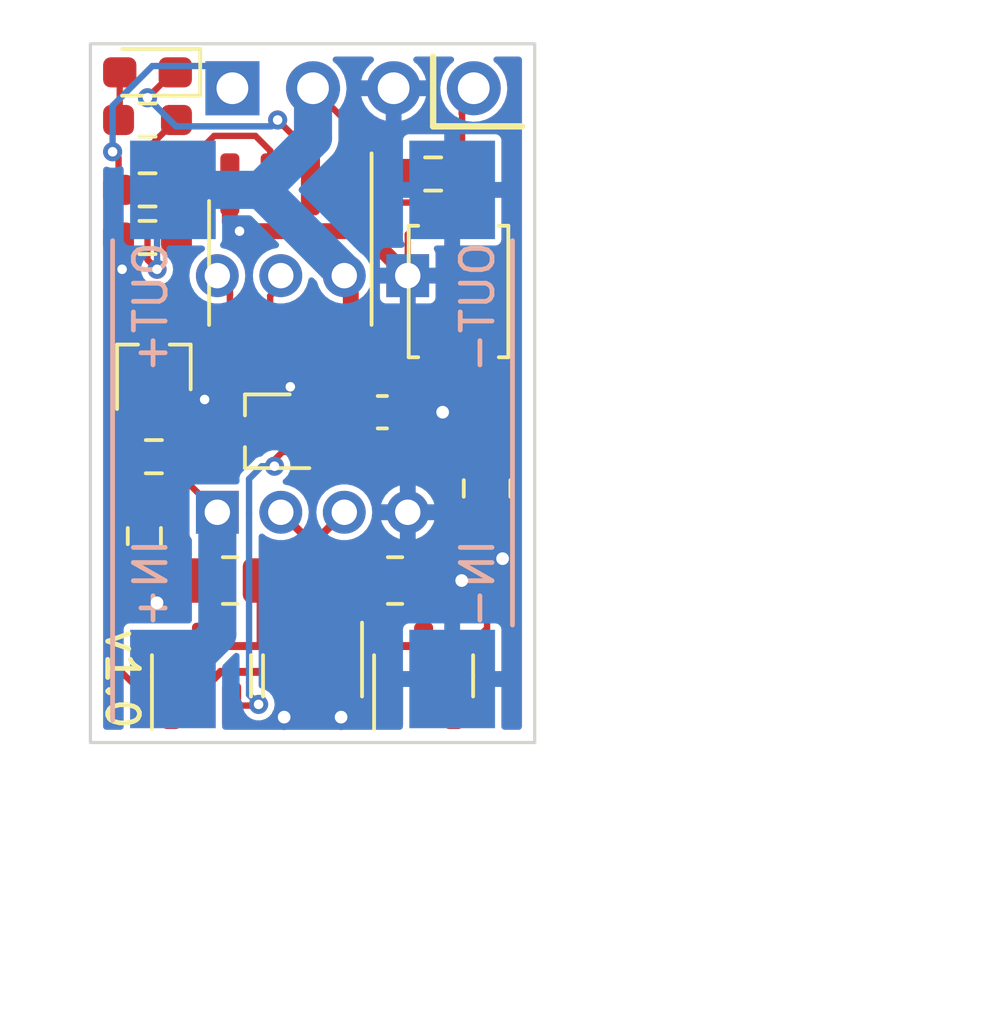
<source format=kicad_pcb>
(kicad_pcb (version 20211014) (generator pcbnew)
  (layers (0 "F.Cu" signal) (31 "B.Cu" signal) (34 "B.Paste" user) (35 "F.Paste" user) (36 "B.SilkS" user "B.Silkscreen") (37 "F.SilkS" user "F.Silkscreen") (38 "B.Mask" user) (39 "F.Mask" user) (44 "Edge.Cuts" user))
  (net 0 "")
  (net 1 "VBUS")
  (net 2 "GND")
  (net 3 "+5V")
  (net 4 "PF_M2")
  (net 5 "PF_M1")
  (net 6 "LED")
  (net 7 "Net-(D2-Pad2)")
  (net 8 "PF_M1_TTL")
  (net 9 "PF_M2_TTL")
  (net 10 "Net-(J2-Pad1)")
  (net 11 "/dW")
  (net 12 "div")
  (net 13 "Servo")
  (net 14 "Button")
  (net 15 "Net-(Q1-Pad2)")
  (net 16 "Net-(Q3-Pad2)")
  (footprint "Resistor_SMD:R_0603_1608Metric_Pad0.98x0.95mm_HandSolder" (layer "F.Cu") (at 17 32 180)
    (fp_text reference "R6" hide)
    (fp_text value "3.3k")
    (fp_line (start -0.254724 0.5225) (end 0.254724 0.5225) (layer "F.SilkS") (width 0.12))
    (fp_line (start -0.254724 -0.5225) (end 0.254724 -0.5225) (layer "F.SilkS") (width 0.12))
    (pad "1" smd roundrect (at -0.9125 0 180) (size 0.975 0.95) (layers "F.Cu" "F.Paste" "F.Mask") (net 1 "VBUS"))
    (pad "2" smd roundrect (at 0.9125 0 180) (size 0.975 0.95) (layers "F.Cu" "F.Paste" "F.Mask") (net 12 "div"))
  )
  (footprint "Resistor_SMD:R_0603_1608Metric_Pad0.98x0.95mm_HandSolder" (layer "F.Cu") (at 16.8 21.4 180)
    (fp_text reference "R4" hide)
    (fp_text value "TBD")
    (fp_line (start -0.254724 0.5225) (end 0.254724 0.5225) (layer "F.SilkS") (width 0.12))
    (fp_line (start -0.254724 -0.5225) (end 0.254724 -0.5225) (layer "F.SilkS") (width 0.12))
    (pad "1" smd roundrect (at -0.9125 0 180) (size 0.975 0.95) (layers "F.Cu" "F.Paste" "F.Mask") (net 3 "+5V"))
    (pad "2" smd roundrect (at 0.9125 0 180) (size 0.975 0.95) (layers "F.Cu" "F.Paste" "F.Mask") (net 7 "Net-(D2-Pad2)"))
  )
  (footprint "AtomLink-footprints:PinHeader_1x04_2mm" (layer "F.Cu") (at 22 26.3 180)
    (fp_text reference "J3" hide)
    (fp_text value "Grove cable")
    (pad "1" thru_hole rect (at -3 0 270) (size 1.35 1.35) (drill 0.8) (layers *.Cu *.Mask) (net 2 "GND"))
    (pad "2" thru_hole oval (at -1 0 270) (size 1.35 1.35) (drill 0.8) (layers *.Cu *.Mask) (net 3 "+5V"))
    (pad "3" thru_hole oval (at 1 0 270) (size 1.35 1.35) (drill 0.8) (layers *.Cu *.Mask) (net 9 "PF_M2_TTL"))
    (pad "4" thru_hole oval (at 3 0 270) (size 1.35 1.35) (drill 0.8) (layers *.Cu *.Mask) (net 8 "PF_M1_TTL"))
  )
  (footprint "Resistor_SMD:R_0805_2012Metric_Pad1.20x1.40mm_HandSolder" (layer "F.Cu") (at 24.6 35.9)
    (fp_text reference "R2" hide)
    (fp_text value "2.2k")
    (fp_line (start -0.227064 -0.735) (end 0.227064 -0.735) (layer "F.SilkS") (width 0.12))
    (fp_line (start -0.227064 0.735) (end 0.227064 0.735) (layer "F.SilkS") (width 0.12))
    (pad "1" smd roundrect (at -1 0) (size 1.2 1.4) (layers "F.Cu" "F.Paste" "F.Mask") (roundrect_rratio 0.208333) (net 5 "PF_M1"))
    (pad "2" smd roundrect (at 1 0) (size 1.2 1.4) (layers "F.Cu" "F.Paste" "F.Mask") (roundrect_rratio 0.208333) (net 2 "GND"))
  )
  (footprint "Package_SO:SOIC-8_3.9x4.9mm_P1.27mm" (layer "F.Cu") (at 21.3 25.9 -90)
    (fp_text reference "U1" hide)
    (fp_text value "ATtiny13A-SS")
    (fp_line (start 0 2.56) (end 1.95 2.56) (layer "F.SilkS") (width 0.12))
    (fp_line (start 0 -2.56) (end -3.45 -2.56) (layer "F.SilkS") (width 0.12))
    (fp_line (start 0 2.56) (end -1.95 2.56) (layer "F.SilkS") (width 0.12))
    (fp_line (start 0 -2.56) (end 1.95 -2.56) (layer "F.SilkS") (width 0.12))
    (pad "1" smd roundrect (at -2.475 -1.905 270) (size 1.95 0.6) (layers "F.Cu" "F.Paste" "F.Mask") (net 11 "/dW"))
    (pad "2" smd roundrect (at -2.475 -0.635 270) (size 1.95 0.6) (layers "F.Cu" "F.Paste" "F.Mask") (net 6 "LED"))
    (pad "3" smd roundrect (at -2.475 0.635 270) (size 1.95 0.6) (layers "F.Cu" "F.Paste" "F.Mask") (net 13 "Servo"))
    (pad "4" smd roundrect (at -2.475 1.905 270) (size 1.95 0.6) (layers "F.Cu" "F.Paste" "F.Mask") (net 2 "GND"))
    (pad "5" smd roundrect (at 2.475 1.905 270) (size 1.95 0.6) (layers "F.Cu" "F.Paste" "F.Mask") (net 8 "PF_M1_TTL"))
    (pad "6" smd roundrect (at 2.475 0.635 270) (size 1.95 0.6) (layers "F.Cu" "F.Paste" "F.Mask") (net 9 "PF_M2_TTL"))
    (pad "7" smd roundrect (at 2.475 -0.635 270) (size 1.95 0.6) (layers "F.Cu" "F.Paste" "F.Mask") (net 14 "Button"))
    (pad "8" smd roundrect (at 2.475 -1.905 270) (size 1.95 0.6) (layers "F.Cu" "F.Paste" "F.Mask") (net 3 "+5V"))
  )
  (footprint "Package_TO_SOT_SMD:SOT-23" (layer "F.Cu") (at 25.5 38.9 90)
    (fp_text reference "Q1" hide)
    (fp_text value "AS2309")
    (fp_line (start 0 1.56) (end -0.65 1.56) (layer "F.SilkS") (width 0.12))
    (fp_line (start 0 1.56) (end 0.65 1.56) (layer "F.SilkS") (width 0.12))
    (fp_line (start 0 -1.56) (end -1.675 -1.56) (layer "F.SilkS") (width 0.12))
    (fp_line (start 0 -1.56) (end 0.65 -1.56) (layer "F.SilkS") (width 0.12))
    (pad "1" smd roundrect (at -0.9375 -0.95 90) (size 1.475 0.6) (layers "F.Cu" "F.Paste" "F.Mask") (net 12 "div"))
    (pad "2" smd roundrect (at -0.9375 0.95 90) (size 1.475 0.6) (layers "F.Cu" "F.Paste" "F.Mask") (net 15 "Net-(Q1-Pad2)"))
    (pad "3" smd roundrect (at 0.9375 0 90) (size 1.475 0.6) (layers "F.Cu" "F.Paste" "F.Mask") (net 5 "PF_M1"))
  )
  (footprint "Connector_PinHeader_2.54mm:PinHeader_1x01_P2.54mm_Vertical" (layer "F.Cu") (at 27.08 20.4)
    (fp_text reference "TP1" hide)
    (fp_text value "debugWire")
    (pad "1" thru_hole circle (at 0 0) (size 1.7 1.7) (drill 1) (layers *.Cu *.Mask) (net 11 "/dW"))
  )
  (footprint "Resistor_SMD:R_0603_1608Metric_Pad0.98x0.95mm_HandSolder" (layer "F.Cu") (at 25.8 23.1)
    (fp_text reference "R1" hide)
    (fp_text value "10k")
    (fp_line (start -0.254724 0.5225) (end 0.254724 0.5225) (layer "F.SilkS") (width 0.12))
    (fp_line (start -0.254724 -0.5225) (end 0.254724 -0.5225) (layer "F.SilkS") (width 0.12))
    (pad "1" smd roundrect (at -0.9125 0) (size 0.975 0.95) (layers "F.Cu" "F.Paste" "F.Mask") (net 3 "+5V"))
    (pad "2" smd roundrect (at 0.9125 0) (size 0.975 0.95) (layers "F.Cu" "F.Paste" "F.Mask") (net 11 "/dW"))
  )
  (footprint "Resistor_SMD:R_0603_1608Metric_Pad0.98x0.95mm_HandSolder" (layer "F.Cu") (at 16.8 25.1 180)
    (fp_text reference "R5" hide)
    (fp_text value "TBD")
    (fp_line (start -0.254724 0.5225) (end 0.254724 0.5225) (layer "F.SilkS") (width 0.12))
    (fp_line (start -0.254724 -0.5225) (end 0.254724 -0.5225) (layer "F.SilkS") (width 0.12))
    (pad "1" smd roundrect (at -0.9125 0 180) (size 0.975 0.95) (layers "F.Cu" "F.Paste" "F.Mask") (net 13 "Servo"))
    (pad "2" smd roundrect (at 0.9125 0 180) (size 0.975 0.95) (layers "F.Cu" "F.Paste" "F.Mask") (net 2 "GND"))
  )
  (footprint "Button_Switch_SMD:SW_Push_SPST_NO_Alps_SKRK" (layer "F.Cu") (at 26.6 26.8 -90)
    (fp_text reference "SW1" hide)
    (fp_text value "SW_SPST")
    (fp_line (start -2.07 1.57) (end -2.07 1.27) (layer "F.SilkS") (width 0.12))
    (fp_line (start 2.07 1.57) (end -2.07 1.57) (layer "F.SilkS") (width 0.12))
    (fp_line (start -2.07 -1.57) (end 2.07 -1.57) (layer "F.SilkS") (width 0.12))
    (fp_line (start 2.07 -1.57) (end 2.07 -1.27) (layer "F.SilkS") (width 0.12))
    (fp_line (start 2.07 1.27) (end 2.07 1.57) (layer "F.SilkS") (width 0.12))
    (fp_line (start -2.07 -1.27) (end -2.07 -1.57) (layer "F.SilkS") (width 0.12))
    (pad "1" smd roundrect (at -2.1 0 270) (size 0.8 2) (layers "F.Cu" "F.Paste" "F.Mask") (net 2 "GND"))
    (pad "2" smd roundrect (at 2.1 0 270) (size 0.8 2) (layers "F.Cu" "F.Paste" "F.Mask") (net 14 "Button"))
  )
  (footprint "Resistor_SMD:R_0603_1608Metric_Pad0.98x0.95mm_HandSolder" (layer "F.Cu") (at 16.8 23.6 180)
    (fp_text reference "R3" hide)
    (fp_text value "100")
    (fp_line (start -0.254724 -0.5225) (end 0.254724 -0.5225) (layer "F.SilkS") (width 0.12))
    (fp_line (start -0.254724 0.5225) (end 0.254724 0.5225) (layer "F.SilkS") (width 0.12))
    (pad "1" smd roundrect (at -0.9125 0 180) (size 0.975 0.95) (layers "F.Cu" "F.Paste" "F.Mask") (net 13 "Servo"))
    (pad "2" smd roundrect (at 0.9125 0 180) (size 0.975 0.95) (layers "F.Cu" "F.Paste" "F.Mask") (net 10 "Net-(J2-Pad1)"))
  )
  (footprint "Capacitor_SMD:C_0603_1608Metric_Pad1.08x0.95mm_HandSolder" (layer "F.Cu") (at 24.2 30.6)
    (fp_text reference "C1" hide)
    (fp_text value "100n")
    (fp_line (start -0.146267 -0.51) (end 0.146267 -0.51) (layer "F.SilkS") (width 0.12))
    (fp_line (start -0.146267 0.51) (end 0.146267 0.51) (layer "F.SilkS") (width 0.12))
    (pad "1" smd roundrect (at -0.8625 0) (size 1.075 0.95) (layers "F.Cu" "F.Paste" "F.Mask") (net 3 "+5V"))
    (pad "2" smd roundrect (at 0.8625 0) (size 1.075 0.95) (layers "F.Cu" "F.Paste" "F.Mask") (net 2 "GND"))
  )
  (footprint "AtomLink-footprints:PinHeader_1x04_2mm" (layer "F.Cu") (at 22 33.75)
    (fp_text reference "J1" hide)
    (fp_text value "PF cable")
    (pad "1" thru_hole rect (at -3 0 90) (size 1.35 1.35) (drill 0.8) (layers *.Cu *.Mask) (net 1 "VBUS"))
    (pad "2" thru_hole oval (at -1 0 90) (size 1.35 1.35) (drill 0.8) (layers *.Cu *.Mask) (net 4 "PF_M2"))
    (pad "3" thru_hole oval (at 1 0 90) (size 1.35 1.35) (drill 0.8) (layers *.Cu *.Mask) (net 5 "PF_M1"))
    (pad "4" thru_hole oval (at 3 0 90) (size 1.35 1.35) (drill 0.8) (layers *.Cu *.Mask) (net 2 "GND"))
  )
  (footprint "Package_TO_SOT_SMD:SOT-23" (layer "F.Cu") (at 18.5 38.9 90)
    (fp_text reference "Q3" hide)
    (fp_text value "AS2309")
    (fp_line (start 0 -1.56) (end -1.675 -1.56) (layer "F.SilkS") (width 0.12))
    (fp_line (start 0 1.56) (end 0.65 1.56) (layer "F.SilkS") (width 0.12))
    (fp_line (start 0 -1.56) (end 0.65 -1.56) (layer "F.SilkS") (width 0.12))
    (fp_line (start 0 1.56) (end -0.65 1.56) (layer "F.SilkS") (width 0.12))
    (pad "1" smd roundrect (at -0.9375 -0.95 90) (size 1.475 0.6) (layers "F.Cu" "F.Paste" "F.Mask") (net 12 "div"))
    (pad "2" smd roundrect (at -0.9375 0.95 90) (size 1.475 0.6) (layers "F.Cu" "F.Paste" "F.Mask") (net 16 "Net-(Q3-Pad2)"))
    (pad "3" smd roundrect (at 0.9375 0 90) (size 1.475 0.6) (layers "F.Cu" "F.Paste" "F.Mask") (net 4 "PF_M2"))
  )
  (footprint "Resistor_SMD:R_0805_2012Metric_Pad1.20x1.40mm_HandSolder" (layer "F.Cu") (at 19.4 35.9 180)
    (fp_text reference "R8" hide)
    (fp_text value "2.2k")
    (fp_line (start -0.227064 0.735) (end 0.227064 0.735) (layer "F.SilkS") (width 0.12))
    (fp_line (start -0.227064 -0.735) (end 0.227064 -0.735) (layer "F.SilkS") (width 0.12))
    (pad "1" smd roundrect (at -1 0 180) (size 1.2 1.4) (layers "F.Cu" "F.Paste" "F.Mask") (roundrect_rratio 0.208333) (net 4 "PF_M2"))
    (pad "2" smd roundrect (at 1 0 180) (size 1.2 1.4) (layers "F.Cu" "F.Paste" "F.Mask") (roundrect_rratio 0.208333) (net 2 "GND"))
  )
  (footprint "Resistor_SMD:R_0603_1608Metric_Pad0.98x0.95mm_HandSolder" (layer "F.Cu") (at 16.7 34.5 -90)
    (fp_text reference "R7" hide)
    (fp_text value "2.2k")
    (fp_line (start -0.254724 0.5225) (end 0.254724 0.5225) (layer "F.SilkS") (width 0.12))
    (fp_line (start -0.254724 -0.5225) (end 0.254724 -0.5225) (layer "F.SilkS") (width 0.12))
    (pad "1" smd roundrect (at -0.9125 0 270) (size 0.975 0.95) (layers "F.Cu" "F.Paste" "F.Mask") (net 12 "div"))
    (pad "2" smd roundrect (at 0.9125 0 270) (size 0.975 0.95) (layers "F.Cu" "F.Paste" "F.Mask") (net 2 "GND"))
  )
  (footprint "Package_TO_SOT_SMD:SOT-323_SC-70" (layer "F.Cu") (at 17 29.2 90)
    (fp_text reference "Q2" hide)
    (fp_text value "MUN5235")
    (fp_line (start 0.73 0.5) (end 0.73 1.16) (layer "F.SilkS") (width 0.12))
    (fp_line (start 0.73 -1.16) (end 0.73 -0.5) (layer "F.SilkS") (width 0.12))
    (fp_line (start 0.73 -1.16) (end -1.3 -1.16) (layer "F.SilkS") (width 0.12))
    (fp_line (start -0.68 1.16) (end 0.73 1.16) (layer "F.SilkS") (width 0.12))
    (pad "1" smd rect (at -1 -0.65) (size 0.45 0.7) (layers "F.Cu" "F.Paste" "F.Mask") (net 15 "Net-(Q1-Pad2)"))
    (pad "2" smd rect (at -1 0.65) (size 0.45 0.7) (layers "F.Cu" "F.Paste" "F.Mask") (net 2 "GND"))
    (pad "3" smd rect (at 1 0) (size 0.45 0.7) (layers "F.Cu" "F.Paste" "F.Mask") (net 8 "PF_M1_TTL"))
  )
  (footprint "Package_TO_SOT_SMD:SOT-23" (layer "F.Cu") (at 22 38.9 -90)
    (fp_text reference "D1" hide)
    (fp_text value "PSM712")
    (fp_line (start 0 -1.56) (end -1.675 -1.56) (layer "F.SilkS") (width 0.12))
    (fp_line (start 0 1.56) (end -0.65 1.56) (layer "F.SilkS") (width 0.12))
    (fp_line (start 0 1.56) (end 0.65 1.56) (layer "F.SilkS") (width 0.12))
    (fp_line (start 0 -1.56) (end 0.65 -1.56) (layer "F.SilkS") (width 0.12))
    (pad "1" smd roundrect (at -0.9375 -0.95 270) (size 1.475 0.6) (layers "F.Cu" "F.Paste" "F.Mask") (net 5 "PF_M1"))
    (pad "2" smd roundrect (at -0.9375 0.95 270) (size 1.475 0.6) (layers "F.Cu" "F.Paste" "F.Mask") (net 4 "PF_M2"))
    (pad "3" smd roundrect (at 0.9375 0 270) (size 1.475 0.6) (layers "F.Cu" "F.Paste" "F.Mask") (net 2 "GND"))
  )
  (footprint "Capacitor_SMD:C_0805_2012Metric_Pad1.18x1.45mm_HandSolder" (layer "F.Cu") (at 27.5 33 -90)
    (fp_text reference "C2" hide)
    (fp_text value "10u")
    (fp_line (start -0.261252 -0.735) (end 0.261252 -0.735) (layer "F.SilkS") (width 0.12))
    (fp_line (start -0.261252 0.735) (end 0.261252 0.735) (layer "F.SilkS") (width 0.12))
    (pad "1" smd roundrect (at -1.0375 0 270) (size 1.175 1.45) (layers "F.Cu" "F.Paste" "F.Mask") (roundrect_rratio 0.212766) (net 3 "+5V"))
    (pad "2" smd roundrect (at 1.0375 0 270) (size 1.175 1.45) (layers "F.Cu" "F.Paste" "F.Mask") (roundrect_rratio 0.212766) (net 2 "GND"))
  )
  (footprint "LED_SMD:LED_0603_1608Metric_Pad1.05x0.95mm_HandSolder" (layer "F.Cu") (at 16.8 19.9 180)
    (fp_text reference "D2" hide)
    (fp_text value "Status")
    (fp_line (start 0.8 -0.735) (end -1.66 -0.735) (layer "F.SilkS") (width 0.12))
    (fp_line (start -1.66 0.735) (end 0.8 0.735) (layer "F.SilkS") (width 0.12))
    (fp_line (start -1.66 -0.735) (end -1.66 0.735) (layer "F.SilkS") (width 0.12))
    (pad "1" smd roundrect (at -0.875 0 180) (size 1.05 0.95) (layers "F.Cu" "F.Paste" "F.Mask") (net 6 "LED"))
    (pad "2" smd roundrect (at 0.875 0 180) (size 1.05 0.95) (layers "F.Cu" "F.Paste" "F.Mask") (net 7 "Net-(D2-Pad2)"))
  )
  (footprint "Package_TO_SOT_SMD:SOT-323_SC-70" (layer "F.Cu") (at 20.6 31.2 180)
    (fp_text reference "Q4" hide)
    (fp_text value "MUN5235")
    (fp_line (start -0.68 1.16) (end 0.73 1.16) (layer "F.SilkS") (width 0.12))
    (fp_line (start 0.73 -1.16) (end -1.3 -1.16) (layer "F.SilkS") (width 0.12))
    (fp_line (start 0.73 -1.16) (end 0.73 -0.5) (layer "F.SilkS") (width 0.12))
    (fp_line (start 0.73 0.5) (end 0.73 1.16) (layer "F.SilkS") (width 0.12))
    (pad "1" smd rect (at -1 -0.65 90) (size 0.45 0.7) (layers "F.Cu" "F.Paste" "F.Mask") (net 16 "Net-(Q3-Pad2)"))
    (pad "2" smd rect (at -1 0.65 90) (size 0.45 0.7) (layers "F.Cu" "F.Paste" "F.Mask") (net 2 "GND"))
    (pad "3" smd rect (at 1 0 90) (size 0.45 0.7) (layers "F.Cu" "F.Paste" "F.Mask") (net 9 "PF_M2_TTL"))
  )
  (footprint "Connector_PinHeader_2.54mm:PinHeader_1x03_P2.54mm_Vertical" (layer "F.Cu") (at 19.475 20.4 90)
    (fp_text reference "J2" hide)
    (fp_text value "Servo")
    (pad "1" thru_hole rect (at 0 0 90) (size 1.7 1.7) (drill 1) (layers *.Cu *.Mask) (net 10 "Net-(J2-Pad1)"))
    (pad "2" thru_hole oval (at 0 2.54 90) (size 1.7 1.7) (drill 1) (layers *.Cu *.Mask) (net 3 "+5V"))
    (pad "3" thru_hole oval (at 0 5.08 90) (size 1.7 1.7) (drill 1) (layers *.Cu *.Mask) (net 2 "GND"))
  )
  (footprint "AtomLink-footprints:DCDC-module" (layer "B.Cu") (at 22 31.3 -90)
    (fp_text reference "B1" hide)
    (fp_text value "DC-DC")
    (fp_text user "OUT-" (at -4 -5.2 90 unlocked) (layer "B.SilkS") (effects (justify mirror)))
    (fp_text user "IN+" (at 4.7 5.1 90 unlocked) (layer "B.SilkS") (effects (justify mirror)))
    (fp_text user "OUT+" (at -4 5.1 90 unlocked) (layer "B.SilkS") (effects (justify mirror)))
    (fp_text user "IN-" (at 4.7 -5.2 90 unlocked) (layer "B.SilkS") (effects (justify mirror)))
    (fp_line (start 9 6.3) (end -6.1 6.3) (layer "B.SilkS") (width 0.15))
    (fp_line (start -6.1 -6.3) (end 6 -6.3) (layer "B.SilkS") (width 0.15))
    (pad "1" smd rect (at 7.7 4.4 270) (size 3.1 2.7) (layers "B.Cu" "B.Paste" "B.Mask") (net 1 "VBUS"))
    (pad "2" smd rect (at 7.7 -4.4 270) (size 3.1 2.7) (layers "B.Cu" "B.Paste" "B.Mask") (net 2 "GND"))
    (pad "3" smd rect (at -7.7 4.4 270) (size 3.1 2.7) (layers "B.Cu" "B.Paste" "B.Mask") (net 3 "+5V"))
    (pad "4" smd rect (at -7.7 -4.4 270) (size 3.1 2.7) (layers "B.Cu" "B.Paste" "B.Mask") (net 2 "GND"))
  )
  (gr_line (start 25.8 19.4) (end 25.8 21.6) (layer "F.SilkS") (width 0.2))
  (gr_line (start 25.8 21.6) (end 28.6 21.6) (layer "F.SilkS") (width 0.2))
  (gr_line (start 29 41) (end 29 19) (layer "Edge.Cuts") (width 0.1))
  (gr_line (start 15 19) (end 15 41) (layer "Edge.Cuts") (width 0.1))
  (gr_line (start 15 41) (end 29 41) (layer "Edge.Cuts") (width 0.1))
  (gr_line (start 29 19) (end 15 19) (layer "Edge.Cuts") (width 0.1))
  (gr_text "v1.0" (at 16 39 270) (layer "F.SilkS") (effects (font (size 1 1))))
  (segment (start 17.9125 32.6625) (end 19 33.75) (width 0.2) (layer "F.Cu") (net 1))
  (segment (start 17.9125 32) (end 17.9125 32.6625) (width 0.2) (layer "F.Cu") (net 1))
  (segment (start 19 33.75) (end 19 37.6) (width 1.2) (layer "B.Cu") (net 1))
  (segment (start 19 37.6) (end 17.6 39) (width 1.2) (layer "B.Cu") (net 1))
  (segment (start 21.46842 39.8375) (end 21.10542 40.2005) (width 0.5) (layer "F.Cu") (net 2))
  (segment (start 25.6 35.9) (end 26.7 35.9) (width 0.3) (layer "F.Cu") (net 2))
  (segment (start 21.6 30.55) (end 21.6 30.1) (width 0.2) (layer "F.Cu") (net 2))
  (segment (start 16.7 35.4125) (end 16.7 36.2) (width 0.2) (layer "F.Cu") (net 2))
  (segment (start 26.6 24.7) (end 25.3 24.7) (width 0.2) (layer "F.Cu") (net 2))
  (segment (start 15.8875 25.1) (end 15.8875 25.9875) (width 0.2) (layer "F.Cu") (net 2))
  (segment (start 23.6 24.9) (end 25 26.3) (width 0.5) (layer "F.Cu") (net 2))
  (segment (start 25.0625 30.6) (end 26.1 30.6) (width 0.5) (layer "F.Cu") (net 2))
  (segment (start 27.5 34.721498) (end 27.989251 35.210749) (width 0.5) (layer "F.Cu") (net 2))
  (segment (start 19.7 24.9) (end 23.6 24.9) (width 0.5) (layer "F.Cu") (net 2))
  (segment (start 25 25) (end 25 26.3) (width 0.2) (layer "F.Cu") (net 2))
  (segment (start 18.4 35.9) (end 17.8 35.9) (width 0.3) (layer "F.Cu") (net 2))
  (segment (start 19.395 23.425) (end 19.395 24.595) (width 0.5) (layer "F.Cu") (net 2))
  (segment (start 27.5 34.0375) (end 27.5 34.721498) (width 0.5) (layer "F.Cu") (net 2))
  (segment (start 19.395 24.595) (end 19.7 24.9) (width 0.5) (layer "F.Cu") (net 2))
  (segment (start 15.8875 25.9875) (end 16 26.1) (width 0.2) (layer "F.Cu") (net 2))
  (segment (start 22 39.8375) (end 22.537 39.8375) (width 0.5) (layer "F.Cu") (net 2))
  (segment (start 22 39.8375) (end 21.46842 39.8375) (width 0.5) (layer "F.Cu") (net 2))
  (segment (start 25.3 24.7) (end 25 25) (width 0.2) (layer "F.Cu") (net 2))
  (segment (start 17.8 35.9) (end 17.1 36.6) (width 0.3) (layer "F.Cu") (net 2))
  (segment (start 22.537 39.8375) (end 22.9 40.2005) (width 0.5) (layer "F.Cu") (net 2))
  (segment (start 21.6 30.1) (end 21.3 29.8) (width 0.2) (layer "F.Cu") (net 2))
  (segment (start 16.7 36.2) (end 17.1 36.6) (width 0.2) (layer "F.Cu") (net 2))
  (segment (start 17.65 30.2) (end 18.6 30.2) (width 0.2) (layer "F.Cu") (net 2))
  (via (at 21.3 29.8) (size 0.6) (drill 0.3) (layers "F.Cu" "B.Cu") (net 2))
  (via (at 27.989251 35.210749) (size 0.8) (drill 0.4) (layers "F.Cu" "B.Cu") (net 2))
  (via (at 19.7 24.9) (size 0.6) (drill 0.3) (layers "F.Cu" "B.Cu") (net 2))
  (via (at 26.1 30.6) (size 0.8) (drill 0.4) (layers "F.Cu" "B.Cu") (net 2))
  (via (at 22.9 40.2005) (size 0.8) (drill 0.4) (layers "F.Cu" "B.Cu") (net 2))
  (via (at 18.6 30.2) (size 0.6) (drill 0.3) (layers "F.Cu" "B.Cu") (net 2))
  (via (at 16 26.1) (size 0.6) (drill 0.3) (layers "F.Cu" "B.Cu") (net 2))
  (via (at 17.1 36.6) (size 0.8) (drill 0.4) (layers "F.Cu" "B.Cu") (net 2))
  (via (at 26.7 35.9) (size 0.8) (drill 0.4) (layers "F.Cu" "B.Cu") (net 2))
  (via (at 21.10542 40.2005) (size 0.8) (drill 0.4) (layers "F.Cu" "B.Cu") (net 2))
  (segment (start 24.4 28.5) (end 23.33 28.5) (width 0.5) (layer "F.Cu") (net 3))
  (segment (start 16.8 24.3) (end 16.8 25.8) (width 0.2) (layer "F.Cu") (net 3))
  (segment (start 27.5 31.9625) (end 27.5 29.918559) (width 0.5) (layer "F.Cu") (net 3))
  (segment (start 23.33 28.5) (end 23.205 28.375) (width 0.5) (layer "F.Cu") (net 3))
  (segment (start 17.7 21.4) (end 16.9 22.2) (width 0.2) (layer "F.Cu") (net 3))
  (segment (start 25.1 27.8) (end 24.4 28.5) (width 0.5) (layer "F.Cu") (net 3))
  (segment (start 27.5 29.918559) (end 28.04952 29.369039) (width 0.5) (layer "F.Cu") (net 3))
  (segment (start 23.205 28.375) (end 23.205 26.505) (width 0.5) (layer "F.Cu") (net 3))
  (segment (start 16.9 22.2) (end 16.8 22.3) (width 0.2) (layer "F.Cu") (net 3))
  (segment (start 27.418559 27.8) (end 25.1 27.8) (width 0.5) (layer "F.Cu") (net 3))
  (segment (start 24.715 23.1) (end 22.015 20.4) (width 0.2) (layer "F.Cu") (net 3))
  (segment (start 16.9 25.9) (end 17.1 26.1) (width 0.2) (layer "F.Cu") (net 3))
  (segment (start 24.8875 23.1) (end 24.715 23.1) (width 0.2) (layer "F.Cu") (net 3))
  (segment (start 28.04952 28.430961) (end 27.418559 27.8) (width 0.5) (layer "F.Cu") (net 3))
  (segment (start 17.7125 21.4) (end 17.7 21.4) (width 0.2) (layer "F.Cu") (net 3))
  (segment (start 16.8 22.3) (end 16.8 24.3) (width 0.2) (layer "F.Cu") (net 3))
  (segment (start 16.8 25.8) (end 16.9 25.9) (width 0.2) (layer "F.Cu") (net 3))
  (segment (start 23.205 28.375) (end 23.205 30.4675) (width 0.5) (layer "F.Cu") (net 3))
  (segment (start 23.205 30.4675) (end 23.3375 30.6) (width 0.5) (layer "F.Cu") (net 3))
  (segment (start 23.205 26.505) (end 23 26.3) (width 0.5) (layer "F.Cu") (net 3))
  (segment (start 28.04952 29.369039) (end 28.04952 28.430961) (width 0.5) (layer "F.Cu") (net 3))
  (via (at 17.1 26.1) (size 0.6) (drill 0.3) (layers "F.Cu" "B.Cu") (net 3))
  (segment (start 17.1 26.1) (end 17.1 24.1) (width 0.2) (layer "B.Cu") (net 3))
  (segment (start 20.385275 23.6) (end 22.015 21.970275) (width 1.2) (layer "B.Cu") (net 3))
  (segment (start 20.385275 23.6) (end 17.6 23.6) (width 1.2) (layer "B.Cu") (net 3))
  (segment (start 17.1 24.1) (end 17.6 23.6) (width 0.2) (layer "B.Cu") (net 3))
  (segment (start 23 26.214725) (end 20.385275 23.6) (width 1.2) (layer "B.Cu") (net 3))
  (segment (start 22.015 21.970275) (end 22.015 20.4) (width 1.2) (layer "B.Cu") (net 3))
  (segment (start 23 26.3) (end 23 26.214725) (width 1.2) (layer "B.Cu") (net 3))
  (segment (start 21.05 37.9625) (end 20.3625 37.9625) (width 0.25) (layer "F.Cu") (net 4))
  (segment (start 21.4375 37.9625) (end 21.05 37.9625) (width 0.25) (layer "F.Cu") (net 4))
  (segment (start 20.3625 35.9375) (end 20.4 35.9) (width 0.25) (layer "F.Cu") (net 4))
  (segment (start 21 33.75) (end 21.7 34.45) (width 0.25) (layer "F.Cu") (net 4))
  (segment (start 20.3625 37.9625) (end 18.5 37.9625) (width 0.25) (layer "F.Cu") (net 4))
  (segment (start 21.7 37.7) (end 21.4375 37.9625) (width 0.25) (layer "F.Cu") (net 4))
  (segment (start 21.7 34.45) (end 21.7 37.7) (width 0.25) (layer "F.Cu") (net 4))
  (segment (start 20.3625 37.9625) (end 20.3625 35.9375) (width 0.25) (layer "F.Cu") (net 4))
  (segment (start 23 33.75) (end 22.3 34.45) (width 0.25) (layer "F.Cu") (net 5))
  (segment (start 23.6375 37.9625) (end 23.6375 35.9375) (width 0.25) (layer "F.Cu") (net 5))
  (segment (start 22.3 34.45) (end 22.3 37.7) (width 0.25) (layer "F.Cu") (net 5))
  (segment (start 22.5625 37.9625) (end 22.95 37.9625) (width 0.25) (layer "F.Cu") (net 5))
  (segment (start 22.95 37.9625) (end 23.6375 37.9625) (width 0.25) (layer "F.Cu") (net 5))
  (segment (start 22.3 37.7) (end 22.5625 37.9625) (width 0.25) (layer "F.Cu") (net 5))
  (segment (start 24.0375 37.9625) (end 25.5 37.9625) (width 0.25) (layer "F.Cu") (net 5))
  (segment (start 23.6375 37.9625) (end 24.0375 37.9625) (width 0.25) (layer "F.Cu") (net 5))
  (segment (start 23.6375 35.9375) (end 23.6 35.9) (width 0.25) (layer "F.Cu") (net 5))
  (segment (start 17.6 19.9) (end 16.8 20.7) (width 0.2) (layer "F.Cu") (net 6))
  (segment (start 21.935 22.435) (end 20.9 21.4) (width 0.2) (layer "F.Cu") (net 6))
  (segment (start 21.935 23.425) (end 21.935 22.435) (width 0.2) (layer "F.Cu") (net 6))
  (segment (start 17.675 19.9) (end 17.6 19.9) (width 0.2) (layer "F.Cu") (net 6))
  (via (at 16.8 20.7) (size 0.6) (drill 0.3) (layers "F.Cu" "B.Cu") (net 6))
  (via (at 20.9 21.4) (size 0.6) (drill 0.3) (layers "F.Cu" "B.Cu") (net 6))
  (segment (start 20.9 21.4) (end 20.7 21.6) (width 0.2) (layer "B.Cu") (net 6))
  (segment (start 20.7 21.6) (end 17.7 21.6) (width 0.2) (layer "B.Cu") (net 6))
  (segment (start 16.8 20.7) (end 17.7 21.6) (width 0.2) (layer "B.Cu") (net 6))
  (segment (start 15.925 19.9) (end 15.925 21.3625) (width 0.2) (layer "F.Cu") (net 7))
  (segment (start 15.925 21.3625) (end 15.8875 21.4) (width 0.2) (layer "F.Cu") (net 7))
  (segment (start 19.395 26.905) (end 19.4 26.9) (width 0.2) (layer "F.Cu") (net 8))
  (segment (start 19.395 28.375) (end 18.275 28.375) (width 0.2) (layer "F.Cu") (net 8))
  (segment (start 19.395 28.375) (end 19.395 26.905) (width 0.2) (layer "F.Cu") (net 8))
  (segment (start 18.1 28.2) (end 17 28.2) (width 0.2) (layer "F.Cu") (net 8))
  (segment (start 19.4 26.9) (end 19.4 26.7) (width 0.2) (layer "F.Cu") (net 8))
  (segment (start 18.275 28.375) (end 18.1 28.2) (width 0.2) (layer "F.Cu") (net 8))
  (segment (start 19.4 26.7) (end 19 26.3) (width 0.2) (layer "F.Cu") (net 8))
  (segment (start 20.665 26.935) (end 21 26.6) (width 0.2) (layer "F.Cu") (net 9))
  (segment (start 20.2 31.2) (end 20.665 30.735) (width 0.2) (layer "F.Cu") (net 9))
  (segment (start 19.6 31.2) (end 20.2 31.2) (width 0.2) (layer "F.Cu") (net 9))
  (segment (start 20.665 30.735) (end 20.665 28.375) (width 0.2) (layer "F.Cu") (net 9))
  (segment (start 20.665 28.375) (end 20.665 26.935) (width 0.2) (layer "F.Cu") (net 9))
  (segment (start 21 26.6) (end 21 26.3) (width 0.2) (layer "F.Cu") (net 9))
  (segment (start 15.8875 22.5875) (end 15.7 22.4) (width 0.2) (layer "F.Cu") (net 10))
  (segment (start 15.8875 23.6) (end 15.8875 22.5875) (width 0.2) (layer "F.Cu") (net 10))
  (via (at 15.7 22.4) (size 0.6) (drill 0.3) (layers "F.Cu" "B.Cu") (net 10))
  (segment (start 15.7 20.952162) (end 16.952162 19.7) (width 0.2) (layer "B.Cu") (net 10))
  (segment (start 18.775 19.7) (end 19.475 20.4) (width 0.2) (layer "B.Cu") (net 10))
  (segment (start 16.952162 19.7) (end 18.775 19.7) (width 0.2) (layer "B.Cu") (net 10))
  (segment (start 15.7 22.4) (end 15.7 20.952162) (width 0.2) (layer "B.Cu") (net 10))
  (segment (start 25.8125 24) (end 26.7125 23.1) (width 0.2) (layer "F.Cu") (net 11))
  (segment (start 23.28 23.5) (end 24 23.5) (width 0.2) (layer "F.Cu") (net 11))
  (segment (start 26.7 20.78) (end 27.08 20.4) (width 0.2) (layer "F.Cu") (net 11))
  (segment (start 23.205 23.425) (end 23.28 23.5) (width 0.2) (layer "F.Cu") (net 11))
  (segment (start 26.7125 21.2125) (end 26.7 21.2) (width 0.2) (layer "F.Cu") (net 11))
  (segment (start 24 23.5) (end 24.5 24) (width 0.2) (layer "F.Cu") (net 11))
  (segment (start 26.7 21.2) (end 26.7 20.78) (width 0.2) (layer "F.Cu") (net 11))
  (segment (start 24.5 24) (end 25.8125 24) (width 0.2) (layer "F.Cu") (net 11))
  (segment (start 26.7125 23.1) (end 26.7125 21.2125) (width 0.2) (layer "F.Cu") (net 11))
  (segment (start 16.7 33.5875) (end 16.7 33.6) (width 0.2) (layer "F.Cu") (net 12))
  (segment (start 18.041428 39.8375) (end 17.55 39.8375) (width 0.25) (layer "F.Cu") (net 12))
  (segment (start 17.0375 39.8375) (end 17.55 39.8375) (width 0.2) (layer "F.Cu") (net 12))
  (segment (start 16.7 33.6) (end 15.92548 34.37452) (width 0.2) (layer "F.Cu") (net 12))
  (segment (start 19.103448 38.77548) (end 18.041428 39.8375) (width 0.25) (layer "F.Cu") (net 12))
  (segment (start 16.7 32.6125) (end 16.0875 32) (width 0.2) (layer "F.Cu") (net 12))
  (segment (start 20.703448 39.02452) (end 20.454408 38.77548) (width 0.25) (layer "F.Cu") (net 12))
  (segment (start 15.92548 38.72548) (end 17.0375 39.8375) (width 0.2) (layer "F.Cu") (net 12))
  (segment (start 22.354408 38.77548) (end 21.653448 38.77548) (width 0.25) (layer "F.Cu") (net 12))
  (segment (start 21.653448 38.77548) (end 21.404408 39.02452) (width 0.25) (layer "F.Cu") (net 12))
  (segment (start 20.454408 38.77548) (end 19.103448 38.77548) (width 0.25) (layer "F.Cu") (net 12))
  (segment (start 22.603448 39.02452) (end 22.354408 38.77548) (width 0.25) (layer "F.Cu") (net 12))
  (segment (start 24.55 39.8375) (end 23.8375 39.8375) (width 0.25) (layer "F.Cu") (net 12))
  (segment (start 21.404408 39.02452) (end 20.703448 39.02452) (width 0.25) (layer "F.Cu") (net 12))
  (segment (start 15.92548 34.37452) (end 15.92548 38.72548) (width 0.2) (layer "F.Cu") (net 12))
  (segment (start 23.8375 39.8375) (end 23.02452 39.02452) (width 0.25) (layer "F.Cu") (net 12))
  (segment (start 23.02452 39.02452) (end 22.603448 39.02452) (width 0.25) (layer "F.Cu") (net 12))
  (segment (start 16.7 33.5875) (end 16.7 32.6125) (width 0.2) (layer "F.Cu") (net 12))
  (segment (start 20.665 23.425) (end 20.665 22.365) (width 0.2) (layer "F.Cu") (net 13))
  (segment (start 17.7125 23.6) (end 17.7125 25.1) (width 0.2) (layer "F.Cu") (net 13))
  (segment (start 18.9 21.9) (end 17.7125 23.0875) (width 0.2) (layer "F.Cu") (net 13))
  (segment (start 20.2 21.9) (end 18.9 21.9) (width 0.2) (layer "F.Cu") (net 13))
  (segment (start 17.7125 23.0875) (end 17.7125 23.6) (width 0.2) (layer "F.Cu") (net 13))
  (segment (start 20.665 22.365) (end 20.2 21.9) (width 0.2) (layer "F.Cu") (net 13))
  (segment (start 26.799511 29.099511) (end 26.6 28.9) (width 0.2) (layer "F.Cu") (net 14))
  (segment (start 26.089259 31.6) (end 26.799511 30.889748) (width 0.2) (layer "F.Cu") (net 14))
  (segment (start 22.4 31) (end 23 31.6) (width 0.2) (layer "F.Cu") (net 14))
  (segment (start 21.935 29.535) (end 22.4 30) (width 0.2) (layer "F.Cu") (net 14))
  (segment (start 21.935 28.375) (end 21.935 29.535) (width 0.2) (layer "F.Cu") (net 14))
  (segment (start 22.4 30) (end 22.4 31) (width 0.2) (layer "F.Cu") (net 14))
  (segment (start 23 31.6) (end 26.089259 31.6) (width 0.2) (layer "F.Cu") (net 14))
  (segment (start 26.799511 30.889748) (end 26.799511 29.099511) (width 0.2) (layer "F.Cu") (net 14))
  (segment (start 26.2 32.9) (end 26.2 34.410741) (width 0.2) (layer "F.Cu") (net 15))
  (segment (start 25.7 32.4) (end 23.2 32.4) (width 0.2) (layer "F.Cu") (net 15))
  (segment (start 23.2 32.4) (end 22 31.2) (width 0.2) (layer "F.Cu") (net 15))
  (segment (start 26.2 34.410741) (end 27.5 35.710741) (width 0.2) (layer "F.Cu") (net 15))
  (segment (start 26.45 39.8375) (end 26.45 38.45) (width 0.2) (layer "F.Cu") (net 15))
  (segment (start 18.4 31.1) (end 17.25 31.1) (width 0.2) (layer "F.Cu") (net 15))
  (segment (start 26.2 32.9) (end 25.7 32.4) (width 0.2) (layer "F.Cu") (net 15))
  (segment (start 27.5 37.4) (end 27.5 35.710741) (width 0.2) (layer "F.Cu") (net 15))
  (segment (start 17.25 31.1) (end 16.35 30.2) (width 0.2) (layer "F.Cu") (net 15))
  (segment (start 20.9 31.2) (end 20.3 31.8) (width 0.2) (layer "F.Cu") (net 15))
  (segment (start 18.9 31.6) (end 18.4 31.1) (width 0.2) (layer "F.Cu") (net 15))
  (segment (start 19.025978 31.8) (end 18.9 31.674022) (width 0.2) (layer "F.Cu") (net 15))
  (segment (start 22 31.2) (end 20.9 31.2) (width 0.2) (layer "F.Cu") (net 15))
  (segment (start 26.45 38.45) (end 27.5 37.4) (width 0.2) (layer "F.Cu") (net 15))
  (segment (start 20.3 31.8) (end 19.025978 31.8) (width 0.2) (layer "F.Cu") (net 15))
  (segment (start 18.9 31.674022) (end 18.9 31.6) (width 0.2) (layer "F.Cu") (net 15))
  (segment (start 20.2625 39.8375) (end 20.3 39.8) (width 0.2) (layer "F.Cu") (net 16))
  (segment (start 19.45 39.8375) (end 20.2625 39.8375) (width 0.2) (layer "F.Cu") (net 16))
  (segment (start 21.6 31.85) (end 21.05 31.85) (width 0.2) (layer "F.Cu") (net 16))
  (segment (start 20.8 32.1) (end 20.8 32.3) (width 0.2) (layer "F.Cu") (net 16))
  (segment (start 21.05 31.85) (end 20.8 32.1) (width 0.2) (layer "F.Cu") (net 16))
  (via (at 20.3 39.8) (size 0.6) (drill 0.3) (layers "F.Cu" "B.Cu") (net 16))
  (via (at 20.8 32.3) (size 0.6) (drill 0.3) (layers "F.Cu" "B.Cu") (net 16))
  (segment (start 20.4 32.3) (end 20.8 32.3) (width 0.2) (layer "B.Cu") (net 16))
  (segment (start 20 32.7) (end 20.4 32.3) (width 0.2) (layer "B.Cu") (net 16))
  (segment (start 20.3 39.8) (end 20 39.5) (width 0.2) (layer "B.Cu") (net 16))
  (segment (start 20 33.8) (end 20 32.7) (width 0.2) (layer "B.Cu") (net 16))
  (segment (start 20 39.5) (end 20 33.8) (width 0.2) (layer "B.Cu") (net 16))
  (zone locked (net 2) (net_name "GND") (layer "B.Cu") (connect_pads (clearance 0.2)) (min_thickness 0.2) (fill yes (thermal_gap 0.2) (thermal_bridge_width 0.5))
    (polygon (pts (xy 28.6 40.6) (xy 15.4 40.6) (xy 15.4 19.4) (xy 28.6 19.4)))
  )
)
</source>
